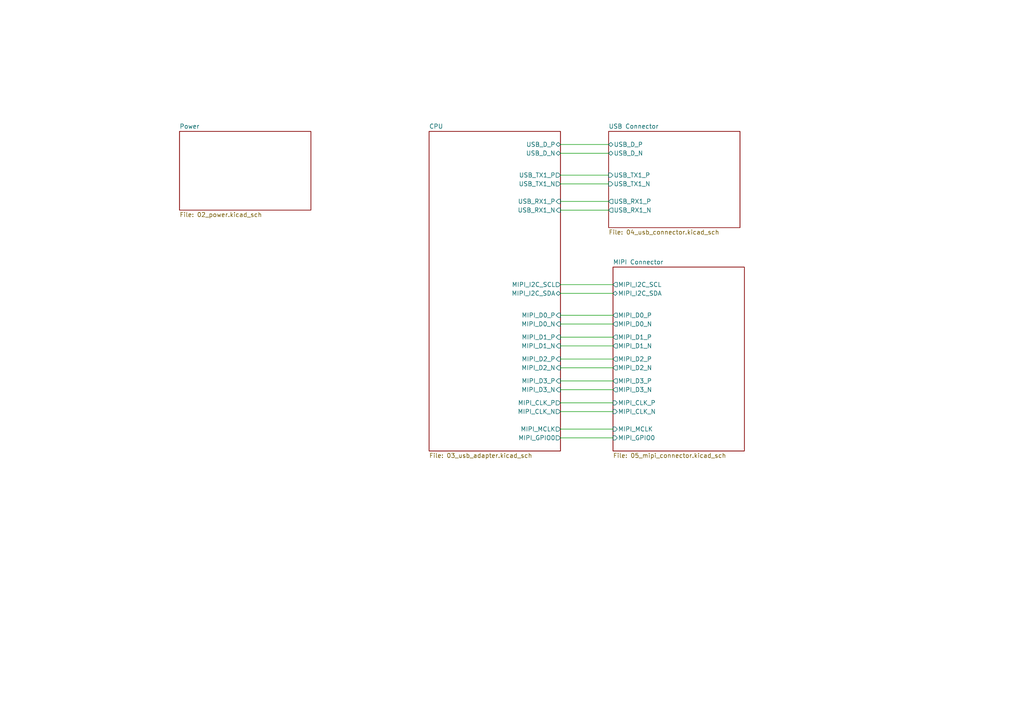
<source format=kicad_sch>
(kicad_sch (version 20211123) (generator eeschema)
  (paper "A4")
  (lib_symbols)
  (wire (pts (xy 162.56 97.79) (xy 177.8 97.79)))
  (wire (pts (xy 162.56 60.96) (xy 176.53 60.96)))
  (wire (pts (xy 162.56 93.98) (xy 177.8 93.98)))
  (wire (pts (xy 162.56 116.84) (xy 177.8 116.84)))
  (wire (pts (xy 162.56 91.44) (xy 177.8 91.44)))
  (wire (pts (xy 162.56 106.68) (xy 177.8 106.68)))
  (wire (pts (xy 162.56 85.09) (xy 177.8 85.09)))
  (wire (pts (xy 162.56 110.49) (xy 177.8 110.49)))
  (wire (pts (xy 162.56 104.14) (xy 177.8 104.14)))
  (wire (pts (xy 162.56 53.34) (xy 176.53 53.34)))
  (wire (pts (xy 162.56 100.33) (xy 177.8 100.33)))
  (wire (pts (xy 162.56 113.03) (xy 177.8 113.03)))
  (wire (pts (xy 162.56 44.45) (xy 176.53 44.45)))
  (wire (pts (xy 162.56 41.91) (xy 176.53 41.91)))
  (wire (pts (xy 162.56 127) (xy 177.8 127)))
  (wire (pts (xy 162.56 58.42) (xy 176.53 58.42)))
  (wire (pts (xy 162.56 82.55) (xy 177.8 82.55)))
  (wire (pts (xy 162.56 50.8) (xy 176.53 50.8)))
  (wire (pts (xy 162.56 119.38) (xy 177.8 119.38)))
  (wire (pts (xy 162.56 124.46) (xy 177.8 124.46)))
  (sheet (at 176.53 38.1) (size 38.1 27.94) (stroke (width 0.1524))
    (property "Sheet name" "USB Connector" (at 176.53 37.3884 0) (effects (justify left bottom)))
    (property "Sheet file" "04_usb_connector.kicad_sch" (at 176.53 66.6246 0) (effects (justify left top)))
    (pin "USB_D_N" bidirectional (at 176.53 44.45 180))
    (pin "USB_D_P" bidirectional (at 176.53 41.91 180))
    (pin "USB_TX1_N" input (at 176.53 53.34 180))
    (pin "USB_TX1_P" input (at 176.53 50.8 180))
    (pin "USB_RX1_N" output (at 176.53 60.96 180))
    (pin "USB_RX1_P" output (at 176.53 58.42 180))
  )
  (sheet (at 124.46 38.1) (size 38.1 92.71) (stroke (width 0.1524))
    (property "Sheet name" "CPU" (at 124.46 37.3884 0) (effects (justify left bottom)))
    (property "Sheet file" "03_usb_adapter.kicad_sch" (at 124.46 131.3946 0) (effects (justify left top)))
    (pin "MIPI_I2C_SCL" output (at 162.56 82.55 0))
    (pin "MIPI_I2C_SDA" bidirectional (at 162.56 85.09 0))
    (pin "MIPI_D3_P" input (at 162.56 110.49 0))
    (pin "USB_RX1_P" input (at 162.56 58.42 0))
    (pin "USB_TX1_P" output (at 162.56 50.8 0))
    (pin "USB_TX1_N" output (at 162.56 53.34 0))
    (pin "USB_D_P" bidirectional (at 162.56 41.91 0))
    (pin "USB_D_N" bidirectional (at 162.56 44.45 0))
    (pin "USB_RX1_N" input (at 162.56 60.96 0))
    (pin "MIPI_D2_P" input (at 162.56 104.14 0))
    (pin "MIPI_D3_N" input (at 162.56 113.03 0))
    (pin "MIPI_D1_P" input (at 162.56 97.79 0))
    (pin "MIPI_D0_P" input (at 162.56 91.44 0))
    (pin "MIPI_D1_N" input (at 162.56 100.33 0))
    (pin "MIPI_D2_N" input (at 162.56 106.68 0))
    (pin "MIPI_D0_N" input (at 162.56 93.98 0))
    (pin "MIPI_CLK_P" output (at 162.56 116.84 0))
    (pin "MIPI_CLK_N" output (at 162.56 119.38 0))
    (pin "MIPI_MCLK" output (at 162.56 124.46 0))
    (pin "MIPI_GPIO0" output (at 162.56 127 0))
  )
  (sheet (at 52.07 38.1) (size 38.1 22.86) (stroke (width 0.1524))
    (property "Sheet name" "Power" (at 52.07 37.3884 0) (effects (justify left bottom)))
    (property "Sheet file" "02_power.kicad_sch" (at 52.07 61.5446 0) (effects (justify left top)))
  )
  (sheet (at 177.8 77.47) (size 38.1 53.34) (stroke (width 0.1524))
    (property "Sheet name" "MIPI Connector" (at 177.8 76.7584 0) (effects (justify left bottom)))
    (property "Sheet file" "05_mipi_connector.kicad_sch" (at 177.8 131.3946 0) (effects (justify left top)))
    (pin "MIPI_D0_P" output (at 177.8 91.44 180))
    (pin "MIPI_D0_N" output (at 177.8 93.98 180))
    (pin "MIPI_CLK_N" input (at 177.8 119.38 180))
    (pin "MIPI_CLK_P" input (at 177.8 116.84 180))
    (pin "MIPI_D1_P" output (at 177.8 97.79 180))
    (pin "MIPI_D1_N" output (at 177.8 100.33 180))
    (pin "MIPI_D3_P" output (at 177.8 110.49 180))
    (pin "MIPI_D3_N" output (at 177.8 113.03 180))
    (pin "MIPI_D2_P" output (at 177.8 104.14 180))
    (pin "MIPI_D2_N" output (at 177.8 106.68 180))
    (pin "MIPI_I2C_SCL" output (at 177.8 82.55 180))
    (pin "MIPI_I2C_SDA" bidirectional (at 177.8 85.09 180))
    (pin "MIPI_MCLK" input (at 177.8 124.46 180))
    (pin "MIPI_GPIO0" input (at 177.8 127 180))
  )
)
</source>
